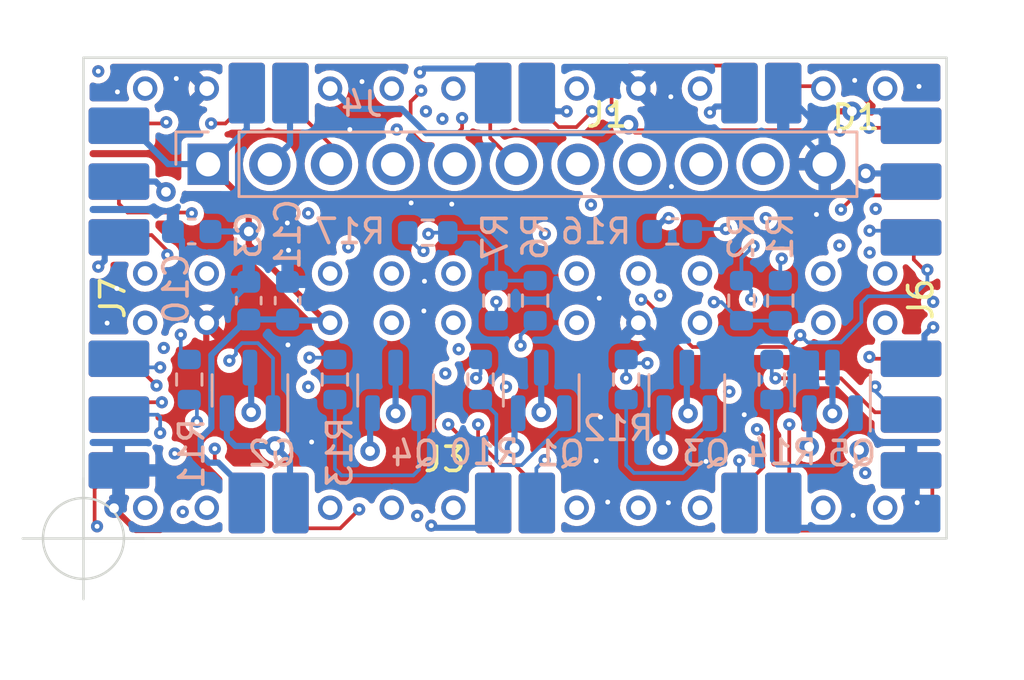
<source format=kicad_pcb>
(kicad_pcb (version 20211014) (generator pcbnew)
  (layers (0 "F.Cu" signal) (1 "In1.Cu" signal) (2 "In2.Cu" signal) (31 "B.Cu" signal) (34 "B.Paste" user) (35 "F.Paste" user) (36 "B.SilkS" user "B.Silkscreen") (37 "F.SilkS" user "F.Silkscreen") (38 "B.Mask" user) (39 "F.Mask" user) (44 "Edge.Cuts" user))
  (net 0 "")
  (net 1 "Net-(D1-Pad26A)")
  (net 2 "/COL_2")
  (net 3 "/COL_4")
  (net 4 "Net-(D1-Pad26B)")
  (net 5 "/COL_1")
  (net 6 "/V_COL")
  (net 7 "/COL_3")
  (net 8 "/COL_5")
  (net 9 "/A_DATA")
  (net 10 "/nBLNK")
  (net 11 "/CLK")
  (net 12 "GND")
  (net 13 "+5V")
  (net 14 "/MCU_COL_4")
  (net 15 "/MCU_COL_5")
  (net 18 "/MCU_DATA")
  (net 19 "/MCU_COL_1")
  (net 20 "/MCU_COL_2")
  (net 21 "/MCU_COL_3")
  (net 22 "Net-(Q1-Pad1)")
  (net 23 "Net-(Q2-Pad1)")
  (net 24 "Net-(Q3-Pad1)")
  (net 25 "Net-(Q4-Pad1)")
  (net 26 "Net-(Q5-Pad1)")
  (net 27 "/B_DATA")
  (net 29 "/DAISY_A_DATA")
  (net 31 "/DAISY_B_DATA")
  (footprint "hcms:board to board con top bot" (layer "F.Cu") (at 160.26 114.53)
    (fp_text reference "J3")
    (fp_text value "Conn_01x12")
  )
  (footprint "hcms:board to board con left right" (layer "F.Cu") (at 176.58 106.085)
    (fp_text reference "J6")
    (fp_text value "Conn_01x12")
  )
  (footprint "hcms:board to board con left right" (layer "F.Cu") (at 143.94 106.085)
    (fp_text reference "J7")
    (fp_text value "Conn_01x12")
  )
  (footprint "hcms:board to board con top bot" (layer "F.Cu") (at 160.26 97.64)
    (fp_text reference "J1")
    (fp_text value "Conn_01x12")
  )
  (footprint "hcms:HCMS-2722" (layer "F.Cu") (at 160.261778 106.088222)
    (fp_text reference "D1")
    (fp_text value "HCMS-272X")
  )
  (footprint "Resistor_SMD:R_0603_1608Metric" (layer "B.Cu") (at 161.09 106.19 -90)
    (fp_text reference "R6")
    (fp_text value "0")
  )
  (footprint "Connector_PinHeader_2.54mm:PinHeader_1x11_P2.54mm_Vertical" (layer "B.Cu") (at 147.618222 100.571778 -90)
    (fp_text reference "J4")
    (fp_text value "Conn_01x11_Male")
  )
  (footprint "Resistor_SMD:R_0603_1608Metric" (layer "B.Cu") (at 152.84 109.44 90)
    (fp_text reference "R13")
    (fp_text value "200")
  )
  (footprint "Capacitor_SMD:C_0603_1608Metric" (layer "B.Cu") (at 146.94 103.34 180)
    (fp_text reference "C10")
    (fp_text value "10nF")
  )
  (footprint "Resistor_SMD:R_0603_1608Metric" (layer "B.Cu") (at 164.84 109.44 90)
    (fp_text reference "R12")
    (fp_text value "200")
  )
  (footprint "Package_TO_SOT_SMD:SOT-23" (layer "B.Cu") (at 161.34 109.89 90)
    (fp_text reference "Q1")
    (fp_text value "Q_PMOS_GSD")
  )
  (footprint "Capacitor_SMD:C_0603_1608Metric" (layer "B.Cu") (at 149.29 106.19 90)
    (fp_text reference "C3")
    (fp_text value "100nF")
  )
  (footprint "Resistor_SMD:R_0603_1608Metric" (layer "B.Cu") (at 146.84 109.44 90)
    (fp_text reference "R11")
    (fp_text value "200")
  )
  (footprint "Package_TO_SOT_SMD:SOT-23" (layer "B.Cu") (at 149.34 109.89 90)
    (fp_text reference "Q2")
    (fp_text value "Q_PMOS_GSD")
  )
  (footprint "Resistor_SMD:R_0603_1608Metric" (layer "B.Cu") (at 166.74 103.34)
    (fp_text reference "R16")
    (fp_text value "DNP")
  )
  (footprint "Package_TO_SOT_SMD:SOT-23" (layer "B.Cu") (at 167.34 109.89 90)
    (fp_text reference "Q3")
    (fp_text value "Q_PMOS_GSD")
  )
  (footprint "Package_TO_SOT_SMD:SOT-23" (layer "B.Cu") (at 155.34 109.89 90)
    (fp_text reference "Q4")
    (fp_text value "Q_PMOS_GSD")
  )
  (footprint "Resistor_SMD:R_0603_1608Metric" (layer "B.Cu") (at 158.84 109.44 90)
    (fp_text reference "R10")
    (fp_text value "200")
  )
  (footprint "LOGO" (layer "B.Cu") (at 163.675 108.95 180)
    (fp_text reference "G***" hide)
    (fp_text value "LOGO" hide)
  )
  (footprint "Resistor_SMD:R_0603_1608Metric" (layer "B.Cu") (at 170.84 109.44 90)
    (fp_text reference "R14")
    (fp_text value "200")
  )
  (footprint "LOGO" (layer "B.Cu") (at 164.55 113.25 180)
    (fp_text reference "G***" hide)
    (fp_text value "LOGO" hide)
  )
  (footprint "Resistor_SMD:R_0603_1608Metric" (layer "B.Cu") (at 159.49 106.19 -90)
    (fp_text reference "R7")
    (fp_text value "DNP")
  )
  (footprint "Resistor_SMD:R_0603_1608Metric" (layer "B.Cu") (at 156.665 103.39 180)
    (fp_text reference "R17")
    (fp_text value "DNP")
  )
  (footprint "Package_TO_SOT_SMD:SOT-23" (layer "B.Cu") (at 173.34 109.89 90)
    (fp_text reference "Q5")
    (fp_text value "Q_PMOS_GSD")
  )
  (footprint "Resistor_SMD:R_0603_1608Metric" (layer "B.Cu") (at 169.59 106.19 90)
    (fp_text reference "R2")
    (fp_text value "DNP")
  )
  (footprint "Capacitor_SMD:C_0603_1608Metric" (layer "B.Cu") (at 150.89 106.19 90)
    (fp_text reference "C11")
    (fp_text value "10nF")
  )
  (footprint "Resistor_SMD:R_0603_1608Metric" (layer "B.Cu") (at 171.19 106.19 90)
    (fp_text reference "R1")
    (fp_text value "0")
  )
  (gr_rect locked (start 142.48 96.18) (end 178.04 115.99) (layer "Edge.Cuts") (width 0.1) (fill none))
  (target plus (at 142.48 115.99) (size 5) (width 0.1) (layer "Edge.Cuts"))
  (via (at 168.454002 106.250608) (size 0.5) (drill 0.2) (layers "F.Cu" "B.Cu") (net 1))
  (via (at 166.59 102.79) (size 0.5) (drill 0.2) (layers "F.Cu" "B.Cu") (net 1))
  (via (at 166.24 105.98) (size 0.5) (drill 0.2) (layers "F.Cu" "B.Cu") (net 1))
  (segment (start 168.765608 106.250608) (end 169.53 107.015) (width 0.1524) (layer "B.Cu") (net 1))
  (segment (start 171.19 107.015) (end 169.59 107.015) (width 0.1524) (layer "B.Cu") (net 1))
  (segment (start 166.465 102.79) (end 165.915 103.34) (width 0.25) (layer "B.Cu") (net 1))
  (segment (start 169.53 107.015) (end 169.59 107.015) (width 0.1524) (layer "B.Cu") (net 1))
  (segment (start 166.59 102.79) (end 166.465 102.79) (width 0.25) (layer "B.Cu") (net 1))
  (segment (start 168.454002 106.250608) (end 168.765608 106.250608) (width 0.1524) (layer "B.Cu") (net 1))
  (via (at 149.39 110.79) (size 0.8) (drill 0.4) (layers "F.Cu" "B.Cu") (net 2))
  (segment (start 149.39 110.79) (end 149.39 109.0025) (width 0.254) (layer "B.Cu") (net 2))
  (segment (start 149.39 109.0025) (end 149.34 108.9525) (width 0.254) (layer "B.Cu") (net 2))
  (via (at 155.34 110.84) (size 0.8) (drill 0.4) (layers "F.Cu" "B.Cu") (net 3))
  (segment (start 155.34 110.84) (end 155.34 108.9525) (width 0.254) (layer "B.Cu") (net 3))
  (via (at 156.69 103.44) (size 0.5) (drill 0.2) (layers "F.Cu" "B.Cu") (net 4))
  (via (at 156.59 98.39) (size 0.5) (drill 0.2) (layers "F.Cu" "B.Cu") (net 4))
  (segment (start 158.74 103.39) (end 159.49 104.14) (width 0.1524) (layer "B.Cu") (net 4))
  (segment (start 156.74 103.39) (end 156.69 103.44) (width 0.1524) (layer "B.Cu") (net 4))
  (segment (start 157.49 103.39) (end 156.74 103.39) (width 0.1524) (layer "B.Cu") (net 4))
  (segment (start 157.49 103.39) (end 158.74 103.39) (width 0.1524) (layer "B.Cu") (net 4))
  (segment (start 159.49 105.365) (end 161.09 105.365) (width 0.1524) (layer "B.Cu") (net 4))
  (segment (start 159.49 104.14) (end 159.49 105.365) (width 0.1524) (layer "B.Cu") (net 4))
  (via (at 161.34 110.79) (size 0.8) (drill 0.4) (layers "F.Cu" "B.Cu") (net 5))
  (segment (start 161.34 110.79) (end 161.34 108.9525) (width 0.254) (layer "B.Cu") (net 5))
  (via (at 174.44 112.34) (size 0.8) (drill 0.4) (layers "F.Cu" "B.Cu") (net 6))
  (via (at 174.71 100.95) (size 0.8) (drill 0.4) (layers "F.Cu" "B.Cu") (net 6))
  (via (at 154.29 112.39) (size 0.8) (drill 0.4) (layers "F.Cu" "B.Cu") (net 6))
  (via (at 145.88 101.71) (size 0.8) (drill 0.4) (layers "F.Cu" "B.Cu") (net 6))
  (via (at 172.38 112.21) (size 0.8) (drill 0.4) (layers "F.Cu" "B.Cu") (net 6))
  (via (at 150.37 112.18) (size 0.8) (drill 0.4) (layers "F.Cu" "B.Cu") (net 6))
  (via (at 166.34 112.34) (size 0.8) (drill 0.4) (layers "F.Cu" "B.Cu") (net 6))
  (via (at 160.24 112.26) (size 0.8) (drill 0.4) (layers "F.Cu" "B.Cu") (net 6))
  (segment (start 148.39 111.83) (end 148.39 110.8275) (width 0.254) (layer "B.Cu") (net 6))
  (segment (start 176.45 100.95) (end 176.69 101.19) (width 0.254) (layer "B.Cu") (net 6))
  (segment (start 150.99 112.8) (end 150.99 114.69) (width 0.254) (layer "B.Cu") (net 6))
  (segment (start 150.99 99.73) (end 150.99 97.54) (width 0.254) (layer "B.Cu") (net 6))
  (segment (start 148.74 112.18) (end 148.39 111.83) (width 0.254) (layer "B.Cu") (net 6))
  (segment (start 160.24 112.26) (end 160.24 110.9775) (width 0.254) (layer "B.Cu") (net 6))
  (segment (start 160.24 110.9775) (end 160.39 110.8275) (width 0.254) (layer "B.Cu") (net 6))
  (segment (start 172.38 112.21) (end 172.39 112.2) (width 0.254) (layer "B.Cu") (net 6))
  (segment (start 154.29 110.9275) (end 154.39 110.8275) (width 0.254) (layer "B.Cu") (net 6))
  (segment (start 154.29 112.39) (end 154.29 110.9275) (width 0.254) (layer "B.Cu") (net 6))
  (segment (start 150.37 112.18) (end 150.99 112.8) (width 0.254) (layer "B.Cu") (net 6))
  (segment (start 172.39 112.2) (end 172.39 110.8275) (width 0.254) (layer "B.Cu") (net 6))
  (segment (start 174.71 100.95) (end 176.45 100.95) (width 0.254) (layer "B.Cu") (net 6))
  (segment (start 166.34 110.8775) (end 166.39 110.8275) (width 0.254) (layer "B.Cu") (net 6))
  (segment (start 150.37 112.18) (end 148.74 112.18) (width 0.254) (layer "B.Cu") (net 6))
  (segment (start 145.88 101.71) (end 145.455 101.285) (width 0.254) (layer "B.Cu") (net 6))
  (segment (start 150.155 100.565) (end 150.99 99.73) (width 0.254) (layer "B.Cu") (net 6))
  (segment (start 145.455 101.285) (end 143.94 101.285) (width 0.254) (layer "B.Cu") (net 6))
  (segment (start 166.34 112.34) (end 166.34 110.8775) (width 0.254) (layer "B.Cu") (net 6))
  (via (at 167.39 110.84) (size 0.8) (drill 0.4) (layers "F.Cu" "B.Cu") (net 7))
  (segment (start 167.39 110.84) (end 167.34 110.79) (width 0.254) (layer "B.Cu") (net 7))
  (segment (start 167.34 110.79) (end 167.34 108.9525) (width 0.254) (layer "B.Cu") (net 7))
  (via (at 173.34 110.84) (size 0.8) (drill 0.4) (layers "F.Cu" "B.Cu") (net 8))
  (segment (start 173.34 110.84) (end 173.34 108.9525) (width 0.254) (layer "B.Cu") (net 8))
  (via (at 160.49 108.04) (size 0.5) (drill 0.2) (layers "F.Cu" "B.Cu") (net 9))
  (via (at 146.24 112.49) (size 0.5) (drill 0.2) (layers "F.Cu" "B.Cu") (net 9))
  (via (at 161.48 112.76) (size 0.5) (drill 0.2) (layers "F.Cu" "B.Cu") (net 9))
  (via (at 145.64 108.94) (size 0.5) (drill 0.2) (layers "F.Cu" "B.Cu") (net 9))
  (segment (start 160.49 107.615) (end 161.09 107.015) (width 0.1524) (layer "B.Cu") (net 9))
  (segment (start 161.48 112.76) (end 161.14 113.1) (width 0.1524) (layer "B.Cu") (net 9))
  (segment (start 144.24 108.94) (end 143.79 108.49) (width 0.1524) (layer "B.Cu") (net 9))
  (segment (start 145.64 108.94) (end 144.24 108.94) (width 0.1524) (layer "B.Cu") (net 9))
  (segment (start 161.14 113.1) (end 161.14 114.69) (width 0.1524) (layer "B.Cu") (net 9))
  (segment (start 160.49 108.04) (end 160.49 107.615) (width 0.1524) (layer "B.Cu") (net 9))
  (segment (start 171.56 111.29) (end 171.56 114.42) (width 0.1524) (layer "F.Cu") (net 10))
  (segment (start 172.03 115.665) (end 176.905 115.665) (width 0.1524) (layer "F.Cu") (net 10))
  (segment (start 171.56 114.42) (end 171.29 114.69) (width 0.1524) (layer "F.Cu") (net 10))
  (segment (start 142.94 115.39) (end 142.94 113.94) (width 0.1524) (layer "F.Cu") (net 10))
  (segment (start 176.905 115.665) (end 177.455 115.115) (width 0.1524) (layer "F.Cu") (net 10))
  (segment (start 177.455 113.855) (end 176.69 113.09) (width 0.1524) (layer "F.Cu") (net 10))
  (segment (start 142.94 113.94) (end 143.79 113.09) (width 0.1524) (layer "F.Cu") (net 10))
  (segment (start 171.29 114.925) (end 172.03 115.665) (width 0.1524) (layer "F.Cu") (net 10))
  (segment (start 171.475 97.355) (end 171.29 97.54) (width 0.1524) (layer "F.Cu") (net 10))
  (segment (start 172.94 97.355) (end 171.475 97.355) (width 0.1524) (layer "F.Cu") (net 10))
  (segment (start 171.29 114.69) (end 171.29 114.925) (width 0.1524) (layer "F.Cu") (net 10))
  (segment (start 177.455 115.115) (end 177.455 113.855) (width 0.1524) (layer "F.Cu") (net 10))
  (segment (start 143.04 115.49) (end 142.94 115.39) (width 0.1524) (layer "F.Cu") (net 10))
  (via (at 156.23 115.06) (size 0.5) (drill 0.2) (layers "F.Cu" "B.Cu") (net 10))
  (via (at 143.04 115.49) (size 0.5) (drill 0.2) (layers "F.Cu" "B.Cu") (net 10))
  (via (at 173.64 99.19) (size 0.5) (drill 0.2) (layers "F.Cu" "B.Cu") (net 10))
  (via (at 171.56 111.29) (size 0.5) (drill 0.2) (layers "F.Cu" "B.Cu") (net 10))
  (via (at 155.39 99.14) (size 0.5) (drill 0.2) (layers "F.Cu" "B.Cu") (net 10))
  (via (at 143.09 104.79) (size 0.5) (drill 0.2) (layers "F.Cu" "B.Cu") (net 11))
  (via (at 174.87 103.31) (size 0.5) (drill 0.2) (layers "F.Cu" "B.Cu") (net 11))
  (via (at 156.81 115.46) (size 0.5) (drill 0.2) (layers "F.Cu" "B.Cu") (net 11))
  (via (at 156.34 96.79) (size 0.5) (drill 0.2) (layers "F.Cu" "B.Cu") (net 11))
  (via (at 175.12 102.41) (size 0.5) (drill 0.2) (layers "F.Cu" "B.Cu") (net 11))
  (via (at 143.09 96.74) (size 0.5) (drill 0.2) (layers "F.Cu" "B.Cu") (net 11))
  (segment (start 156.501289 96.628711) (end 158.593711 96.628711) (width 0.25) (layer "B.Cu") (net 11))
  (segment (start 176.51 103.31) (end 176.69 103.49) (width 0.1524) (layer "B.Cu") (net 11))
  (segment (start 143.355 104.54) (end 143.355 104.17) (width 0.25) (layer "B.Cu") (net 11))
  (segment (start 158.593711 96.628711) (end 159.36 97.395) (width 0.25) (layer "B.Cu") (net 11))
  (segment (start 156.81 115.46) (end 156.9 115.55) (width 0.25) (layer "B.Cu") (net 11))
  (segment (start 143.355 104.17) (end 143.94 103.585) (width 0.25) (layer "B.Cu") (net 11))
  (segment (start 143.105 104.79) (end 143.355 104.54) (width 0.25) (layer "B.Cu") (net 11))
  (segment (start 159.36 97.395) (end 159.36 97.64) (width 0.25) (layer "B.Cu") (net 11))
  (segment (start 159.36 114.97548) (end 159.36 114.53) (width 0.25) (layer "B.Cu") (net 11))
  (segment (start 143.09 104.79) (end 143.105 104.79) (width 0.25) (layer "B.Cu") (net 11))
  (segment (start 156.34 96.79) (end 156.501289 96.628711) (width 0.25) (layer "B.Cu") (net 11))
  (segment (start 158.78548 115.55) (end 159.36 114.97548) (width 0.25) (layer "B.Cu") (net 11))
  (segment (start 174.87 103.31) (end 176.51 103.31) (width 0.1524) (layer "B.Cu") (net 11))
  (segment (start 156.9 115.55) (end 158.78548 115.55) (width 0.25) (layer "B.Cu") (net 11))
  (segment (start 146.99 112.09) (end 146.54 111.64) (width 0.254) (layer "F.Cu") (net 12))
  (segment (start 146.54 109.14) (end 147.54 108.14) (width 0.254) (layer "F.Cu") (net 12))
  (segment (start 143.74 114.74) (end 144.64 115.64) (width 0.254) (layer "F.Cu") (net 12))
  (segment (start 145.933345 115.346655) (end 145.933345 113.696655) (width 0.254) (layer "F.Cu") (net 12))
  (segment (start 146.54 111.64) (end 146.54 109.14) (width 0.254) (layer "F.Cu") (net 12))
  (segment (start 145.64 115.64) (end 145.933345 115.346655) (width 0.254) (layer "F.Cu") (net 12))
  (segment (start 145.933345 113.696655) (end 146.99 112.64) (width 0.254) (layer "F.Cu") (net 12))
  (segment (start 147.54 108.14) (end 147.54 107.005) (width 0.254) (layer "F.Cu") (net 12))
  (segment (start 146.99 112.64) (end 146.99 112.09) (width 0.254) (layer "F.Cu") (net 12))
  (segment (start 144.64 115.64) (end 145.64 115.64) (width 0.254) (layer "F.Cu") (net 12))
  (via (at 150.88 102.99) (size 0.5) (drill 0.2) (layers "F.Cu" "B.Cu") (net 12))
  (via (at 168.13 112.815) (size 0.5) (drill 0.2) (layers "F.Cu" "B.Cu") (net 12))
  (via (at 143.455 107.115) (size 0.5) (drill 0.2) (layers "F.Cu" "B.Cu") (net 12))
  (via (at 166.705 101.49) (size 0.5) (drill 0.2) (layers "F.Cu" "B.Cu") (net 12))
  (via (at 156.53 105.39) (size 0.5) (drill 0.2) (layers "F.Cu" "B.Cu") (net 12))
  (via (at 150.93 104.115) (size 0.5) (drill 0.2) (layers "F.Cu" "B.Cu") (net 12))
  (via (at 166.58 114.515) (size 0.5) (drill 0.2) (layers "F.Cu" "B.Cu") (net 12))
  (via (at 155.98 102.165) (size 0.5) (drill 0.2) (layers "F.Cu" "B.Cu") (net 12))
  (via (at 143.74 114.74) (size 0.8) (drill 0.4) (layers "F.Cu" "B.Cu") (net 12))
  (via (at 150.905 108.015) (size 0.5) (drill 0.2) (layers "F.Cu" "B.Cu") (net 12))
  (via (at 151.88 112.015) (size 0.5) (drill 0.2) (layers "F.Cu" "B.Cu") (net 12))
  (via (at 174.255 97.115) (size 0.5) (drill 0.2) (layers "F.Cu" "B.Cu") (net 12))
  (via (at 164.08 114.49) (size 0.5) (drill 0.2) (layers "F.Cu" "B.Cu") (net 12))
  (via (at 174.19 115.04) (size 0.5) (drill 0.2) (layers "F.Cu" "B.Cu") (net 12))
  (via (at 153.455 99.14) (size 0.5) (drill 0.2) (layers "F.Cu" "B.Cu") (net 12))
  (via (at 176.905 97.365) (size 0.5) (drill 0.2) (layers "F.Cu" "B.Cu") (net 12))
  (via (at 172.68 102.64) (size 0.5) (drill 0.2) (layers "F.Cu" "B.Cu") (net 12))
  (via (at 146.305 97.04) (size 0.5) (drill 0.2) (layers "F.Cu" "B.Cu") (net 12))
  (via (at 143.88 97.59) (size 0.5) (drill 0.2) (layers "F.Cu" "B.Cu") (net 12))
  (via (at 169.705 110.89) (size 0.5) (drill 0.2) (layers "F.Cu" "B.Cu") (net 12))
  (via (at 166.68 97.79) (size 0.5) (drill 0.2) (layers "F.Cu" "B.Cu") (net 12))
  (via (at 157.655 102.215) (size 0.5) (drill 0.2) (layers "F.Cu" "B.Cu") (net 12))
  (via (at 176.83 114.515) (size 0.5) (drill 0.2) (layers "F.Cu" "B.Cu") (net 12))
  (via (at 163.73 106.09) (size 0.5) (drill 0.2) (layers "F.Cu" "B.Cu") (net 12))
  (via (at 143.855 105.69) (size 0.5) (drill 0.2) (layers "F.Cu" "B.Cu") (net 12))
  (via (at 153.955 97.165) (size 0.5) (drill 0.2) (layers "F.Cu" "B.Cu") (net 12))
  (via (at 156.505 106.615) (size 0.5) (drill 0.2) (layers "F.Cu" "B.Cu") (net 12))
  (via (at 163.605 112.79) (size 0.5) (drill 0.2) (layers "F.Cu" "B.Cu") (net 12))
  (via (at 163.78 110.99) (size 0.5) (drill 0.2) (layers "F.Cu" "B.Cu") (net 12))
  (segment (start 175.16252 115.54) (end 174.155 115.54) (width 0.25) (layer "B.Cu") (net 12))
  (segment (start 165.32 97.355) (end 165.32 97.67) (width 0.254) (layer "B.Cu") (net 12))
  (segment (start 176.8143 114.515) (end 176.8143 113.4193) (width 0.25) (layer "B.Cu") (net 12))
  (segment (start 171.912733 115.547733) (end 174.255 115.547733) (width 0.25) (layer "B.Cu") (net 12))
  (segment (start 171.31 114.945) (end 171.912733 115.547733) (width 0.25) (layer "B.Cu") (net 12))
  (segment (start 176.8143 114.515) (end 176.8143 114.9557) (width 0.25) (layer "B.Cu") (net 12))
  (segment (start 173.015 100.565) (end 173.015 99.265) (width 0.254) (layer "B.Cu") (net 12))
  (segment (start 143.79 114.69) (end 143.74 114.74) (width 0.254) (layer "B.Cu") (net 12))
  (segment (start 174.18 115.05) (end 174.19 115.04) (width 0.25) (layer "B.Cu") (net 12))
  (segment (start 149.29 105.415) (end 149.29 105.49) (width 0.254) (layer "B.Cu") (net 12))
  (segment (start 173.015 99.265) (end 171.29 97.54) (width 0.254) (layer "B.Cu") (net 12))
  (segment (start 176.222267 115.547733) (end 175.170253 115.547733) (width 0.25) (layer "B.Cu") (net 12))
  (segment (start 176.8143 113.4193) (end 176.58 113.185) (width 0.25) (layer "B.Cu") (net 12))
  (segment (start 143.79 113.09) (end 143.79 114.69) (width 0.254) (layer "B.Cu") (net 12))
  (segment (start 146.54 105.99) (end 146.54 103.715) (width 0.254) (layer "B.Cu") (net 12))
  (segment (start 165.32 97.67) (end 166.99 99.34) (width 0.254) (layer "B.Cu") (net 12))
  (segment (start 148.64 106.14) (end 146.69 106.14) (width 0.254) (layer "B.Cu") (net 12))
  (segment (start 174.18 115.41452) (end 174.18 115.05) (width 0.25) (layer "B.Cu") (net 12))
  (segment (start 176.8143 114.9557) (end 176.222267 115.547733) (width 0.25) (layer "B.Cu") (net 12))
  (segment (start 146.54 103.715) (end 146.165 103.34) (width 0.254) (layer "B.Cu") (net 12))
  (segment (start 146.69 106.14) (end 146.54 105.99) (width 0.254) (layer "B.Cu") (net 12))
  (segment (start 175.170253 115.547733) (end 175.16252 115.54) (width 0.25) (layer "B.Cu") (net 12))
  (segment (start 149.29 105.49) (end 148.64 106.14) (width 0.254) (layer "B.Cu") (net 12))
  (segment (start 171.99 99.34) (end 173.015 100.365) (width 0.254) (layer "B.Cu") (net 12))
  (segment (start 166.99 99.34) (end 171.99 99.34) (width 0.254) (layer "B.Cu") (net 12))
  (segment (start 171.31 114.53) (end 171.31 114.945) (width 0.25) (layer "B.Cu") (net 12))
  (segment (start 173.015 100.365) (end 173.015 100.565) (width 0.254) (layer "B.Cu") (net 12))
  (segment (start 165.22 99.22) (end 164.94 98.94) (width 0.254) (layer "F.Cu") (net 13))
  (segment (start 149.29 103.875) (end 152.42 107.005) (width 0.254) (layer "F.Cu") (net 13))
  (segment (start 149.29 103.34) (end 149.29 103.875) (width 0.254) (layer "F.Cu") (net 13))
  (segment (start 173.44 98.39) (end 172.61 99.22) (width 0.254) (layer "F.Cu") (net 13))
  (segment (start 147.615 100.565) (end 149.29 102.24) (width 0.254) (layer "F.Cu") (net 13))
  (segment (start 172.61 99.22) (end 165.22 99.22) (width 0.254) (layer "F.Cu") (net 13))
  (segment (start 152.42 107.005) (end 152.62 107.005) (width 0.254) (layer "F.Cu") (net 13))
  (segment (start 174.14 98.39) (end 173.44 98.39) (width 0.254) (layer "F.Cu") (net 13))
  (segment (start 149.29 102.24) (end 149.29 103.34) (width 0.254) (layer "F.Cu") (net 13))
  (via (at 174.14 98.39) (size 0.8) (drill 0.4) (layers "F.Cu" "B.Cu") (net 13))
  (via (at 149.29 103.34) (size 0.8) (drill 0.4) (layers "F.Cu" "B.Cu") (net 13))
  (via (at 164.94 98.94) (size 0.8) (drill 0.4) (layers "F.Cu" "B.Cu") (net 13))
  (segment (start 143.79 98.89) (end 144.29 98.89) (width 0.254) (layer "B.Cu") (net 13))
  (segment (start 147.7495 111.4205) (end 147.308586 111.861414) (width 0.254) (layer "B.Cu") (net 13))
  (segment (start 148.036377 112.866511) (end 149.19 114.020134) (width 0.254) (layer "B.Cu") (net 13))
  (segment (start 176.58 98.985) (end 175.885 98.985) (width 0.254) (layer "B.Cu") (net 13))
  (segment (start 153.555 98.29) (end 152.62 97.355) (width 0.254) (layer "B.Cu") (net 13))
  (segment (start 147.6512 112.866511) (end 148.036377 112.866511) (width 0.254) (layer "B.Cu") (net 13))
  (segment (start 149.19 114.020134) (end 149.19 114.69) (width 0.254) (layer "B.Cu") (net 13))
  (segment (start 149.21 99.12) (end 149.21 97.56) (width 0.254) (layer "B.Cu") (net 13))
  (segment (start 147.7495 108.4305) (end 147.7495 111.4205) (width 0.254) (layer "B.Cu") (net 13))
  (segment (start 145.965 100.565) (end 147.765 100.565) (width 0.254) (layer "B.Cu") (net 13))
  (segment (start 147.308586 112.523897) (end 147.6512 112.866511) (width 0.254) (layer "B.Cu") (net 13))
  (segment (start 175.29 98.39) (end 174.14 98.39) (width 0.254) (layer "B.Cu") (net 13))
  (segment (start 152.62 107.005) (end 150.93 107.005) (width 0.254) (layer "B.Cu") (net 13))
  (segment (start 163.84 99.29) (end 156.59 99.29) (width 0.254) (layer "B.Cu") (net 13))
  (segment (start 155.59 98.29) (end 153.555 98.29) (width 0.254) (layer "B.Cu") (net 13))
  (segment (start 156.59 99.29) (end 155.59 98.29) (width 0.254) (layer "B.Cu") (net 13))
  (segment (start 147.765 100.565) (end 149.21 99.12) (width 0.254) (layer "B.Cu") (net 13))
  (segment (start 150.89 106.965) (end 149.29 106.965) (width 0.254) (layer "B.Cu") (net 13))
  (segment (start 147.308586 111.861414) (end 147.308586 112.523897) (width 0.254) (layer "B.Cu") (net 13))
  (segment (start 144.29 98.89) (end 145.965 100.565) (width 0.254) (layer "B.Cu") (net 13))
  (segment (start 164.19 98.94) (end 163.84 99.29) (width 0.254) (layer "B.Cu") (net 13))
  (segment (start 164.94 98.94) (end 164.19 98.94) (width 0.254) (layer "B.Cu") (net 13))
  (segment (start 149.29 103.34) (end 147.715 103.34) (width 0.254) (layer "B.Cu") (net 13))
  (segment (start 149.29 106.965) (end 149.215 106.965) (width 0.254) (layer "B.Cu") (net 13))
  (segment (start 175.885 98.985) (end 175.29 98.39) (width 0.254) (layer "B.Cu") (net 13))
  (segment (start 149.215 106.965) (end 147.7495 108.4305) (width 0.254) (layer "B.Cu") (net 13))
  (segment (start 150.93 107.005) (end 150.89 106.965) (width 0.254) (layer "B.Cu") (net 13))
  (segment (start 174.935 108.585) (end 176.58 108.585) (width 0.1524) (layer "F.Cu") (net 14))
  (segment (start 161.14 113.84) (end 161.14 114.69) (width 0.1524) (layer "F.Cu") (net 14))
  (segment (start 158.08 99.09) (end 158.08 98.67) (width 0.1524) (layer "F.Cu") (net 14))
  (segment (start 155.96 97.99) (end 155.96 98.64) (width 0.1524) (layer "F.Cu") (net 14))
  (segment (start 155.96 98.64) (end 156.65 99.33) (width 0.1524) (layer "F.Cu") (net 14))
  (segment (start 162.79 99.04) (end 162.055 99.04) (width 0.1524) (layer "F.Cu") (net 14))
  (segment (start 162.055 99.04) (end 161.14 98.125) (width 0.1524) (layer "F.Cu") (net 14))
  (segment (start 156.393991 97.536406) (end 156.393991 97.556009) (width 0.1524) (layer "F.Cu") (net 14))
  (segment (start 160.25 112.95) (end 161.14 113.84) (width 0.1524) (layer "F.Cu") (net 14))
  (segment (start 158.74 111.29) (end 158.74 112.006501) (width 0.1524) (layer "F.Cu") (net 14))
  (segment (start 145.49 109.69) (end 144.29 108.49) (width 0.1524) (layer "F.Cu") (net 14))
  (segment (start 161.14 98.125) (end 161.14 97.54) (width 0.1524) (layer "F.Cu") (net 14))
  (segment (start 144.29 108.49) (end 143.79 108.49) (width 0.1524) (layer "F.Cu") (net 14))
  (segment (start 157.84 99.33) (end 158.08 99.09) (width 0.1524) (layer "F.Cu") (net 14))
  (segment (start 156.65 99.33) (end 157.84 99.33) (width 0.1524) (layer "F.Cu") (net 14))
  (segment (start 159.683499 112.95) (end 160.25 112.95) (width 0.1524) (layer "F.Cu") (net 14))
  (segment (start 174.86 108.51) (end 174.935 108.585) (width 0.1524) (layer "F.Cu") (net 14))
  (segment (start 158.74 112.006501) (end 159.683499 112.95) (width 0.1524) (layer "F.Cu") (net 14))
  (segment (start 163.44 98.39) (end 162.79 99.04) (width 0.1524) (layer "F.Cu") (net 14))
  (segment (start 156.393991 97.556009) (end 155.96 97.99) (width 0.1524) (layer "F.Cu") (net 14))
  (via (at 157.94 108.19) (size 0.5) (drill 0.2) (layers "F.Cu" "B.Cu") (net 14))
  (via (at 151.74 102.59) (size 0.5) (drill 0.2) (layers "F.Cu" "B.Cu") (net 14))
  (via (at 158.08 98.67) (size 0.5) (drill 0.2) (layers "F.Cu" "B.Cu") (net 14))
  (via (at 151.79 108.54) (size 0.5) (drill 0.2) (layers "F.Cu" "B.Cu") (net 14))
  (via (at 174.86 108.51) (size 0.5) (drill 0.2) (layers "F.Cu" "B.Cu") (net 14))
  (via (at 151.74 109.74) (size 0.5) (drill 0.2) (layers "F.Cu" "B.Cu") (net 14))
  (via (at 158.74 111.29) (size 0.5) (drill 0.2) (layers "F.Cu" "B.Cu") (net 14))
  (via (at 145.49 109.69) (size 0.5) (drill 0.2) (layers "F.Cu" "B.Cu") (net 14))
  (via (at 163.44 98.39) (size 0.5) (drill 0.2) (layers "F.Cu" "B.Cu") (net 14))
  (via (at 156.393991 97.536406) (size 0.5) (drill 0.2) (layers "F.Cu" "B.Cu") (net 14))
  (segment (start 151.79 108.54) (end 152.765 108.54) (width 0.1524) (layer "B.Cu") (net 14))
  (segment (start 152.765 108.54) (end 152.84 108.615) (width 0.1524) (layer "B.Cu") (net 14))
  (segment (start 164.24 97.23) (end 164.96548 96.50452) (width 0.1524) (layer "F.Cu") (net 15))
  (segment (start 170.49 113.047942) (end 169.49 114.047942) (width 0.1524) (layer "F.Cu") (net 15))
  (segment (start 170.23 111.49) (end 170.49 111.75) (width 0.1524) (layer "F.Cu") (net 15))
  (segment (start 164.96548 96.50452) (end 168.78 96.50452) (width 0.1524) (layer "F.Cu") (net 15))
  (segment (start 145.70944 110.3771) (end 144.4479 110.3771) (width 0.1524) (layer "F.Cu") (net 15))
  (segment (start 175.09 110.79) (end 173.69 109.39) (width 0.1524) (layer "F.Cu") (net 15))
  (segment (start 169.51 97.23452) (end 169.51 97.64) (width 0.1524) (layer "F.Cu") (net 15))
  (segment (start 173.69 109.39) (end 170.99 109.39) (width 0.1524) (layer "F.Cu") (net 15))
  (segment (start 176.69 110.79) (end 175.09 110.79) (width 0.1524) (layer "F.Cu") (net 15))
  (segment (start 144.4479 110.3771) (end 143.94 110.885) (width 0.1524) (layer "F.Cu") (net 15))
  (segment (start 164.24 98.34) (end 164.24 97.23) (width 0.1524) (layer "F.Cu") (net 15))
  (segment (start 170.49 111.75) (end 170.49 113.047942) (width 0.1524) (layer "F.Cu") (net 15))
  (segment (start 168.78 96.50452) (end 169.51 97.23452) (width 0.1524) (layer "F.Cu") (net 15))
  (segment (start 169.49 114.047942) (end 169.49 114.69) (width 0.1524) (layer "F.Cu") (net 15))
  (via (at 170.59 102.79) (size 0.5) (drill 0.2) (layers "F.Cu" "B.Cu") (net 15))
  (via (at 145.70944 110.3771) (size 0.5) (drill 0.2) (layers "F.Cu" "B.Cu") (net 15))
  (via (at 164.24 98.34) (size 0.5) (drill 0.2) (layers "F.Cu" "B.Cu") (net 15))
  (via (at 170.23 111.49) (size 0.5) (drill 0.2) (layers "F.Cu" "B.Cu") (net 15))
  (via (at 170.99 109.39) (size 0.5) (drill 0.2) (layers "F.Cu" "B.Cu") (net 15))
  (segment (start 170.99 109.39) (end 170.84 109.24) (width 0.1524) (layer "B.Cu") (net 15))
  (segment (start 170.84 109.24) (end 170.84 108.615) (width 0.1524) (layer "B.Cu") (net 15))
  (via (at 171.248501 104.459483) (size 0.5) (drill 0.2) (layers "F.Cu" "B.Cu") (net 18))
  (segment (start 171.19 105.365) (end 171.19 104.517984) (width 0.1524) (layer "B.Cu") (net 18))
  (segment (start 171.19 104.517984) (end 171.248501 104.459483) (width 0.1524) (layer "B.Cu") (net 18))
  (segment (start 145.89 98.84) (end 145.84 98.89) (width 0.1524) (layer "F.Cu") (net 19))
  (segment (start 176.495 99.07) (end 176.58 98.985) (width 0.1524) (layer "F.Cu") (net 19))
  (segment (start 149.19 98.03) (end 149.19 97.54) (width 0.1524) (layer "F.Cu") (net 19))
  (segment (start 147.89 112.725) (end 149.19 114.025) (width 0.1524) (layer "F.Cu") (net 19))
  (segment (start 147.74 98.89) (end 148.33 98.89) (width 0.1524) (layer "F.Cu") (net 19))
  (segment (start 147.89 112.29) (end 147.89 112.725) (width 0.1524) (layer "F.Cu") (net 19))
  (segment (start 174.85 99.07) (end 176.495 99.07) (width 0.1524) (layer "F.Cu") (net 19))
  (segment (start 148.33 98.89) (end 149.19 98.03) (width 0.1524) (layer "F.Cu") (net 19))
  (segment (start 149.19 114.025) (end 149.19 114.69) (width 0.1524) (layer "F.Cu") (net 19))
  (segment (start 145.84 98.89) (end 143.79 98.89) (width 0.1524) (layer "F.Cu") (net 19))
  (via (at 174.85 99.07) (size 0.5) (drill 0.2) (layers "F.Cu" "B.Cu") (net 19))
  (via (at 147.89 112.29) (size 0.5) (drill 0.2) (layers "F.Cu" "B.Cu") (net 19))
  (via (at 147.74 98.89) (size 0.5) (drill 0.2) (layers "F.Cu" "B.Cu") (net 19))
  (via (at 145.89 98.84) (size 0.5) (drill 0.2) (layers "F.Cu" "B.Cu") (net 19))
  (via (at 157.27 98.7) (size 0.5) (drill 0.2) (layers "F.Cu" "B.Cu") (net 19))
  (via (at 158.656647 109.383918) (size 0.5) (drill 0.2) (layers "F.Cu" "B.Cu") (net 19))
  (via (at 174.87 104.21) (size 0.5) (drill 0.2) (layers "F.Cu" "B.Cu") (net 19))
  (segment (start 158.656647 109.383918) (end 158.84 109.200565) (width 0.1524) (layer "B.Cu") (net 19))
  (segment (start 158.84 109.200565) (end 158.84 108.615) (width 0.1524) (layer "B.Cu") (net 19))
  (segment (start 150.99 114.69) (end 150.99 114.825) (width 0.1524) (layer "F.Cu") (net 20))
  (segment (start 143.94 102.2) (end 143.94 101.285) (width 0.1524) (layer "F.Cu") (net 20))
  (segment (start 150.99 98.09) (end 150.99 97.54) (width 0.1524) (layer "F.Cu") (net 20))
  (segment (start 152.695 99.795) (end 150.99 98.09) (width 0.1524) (layer "F.Cu") (net 20))
  (segment (start 174.274185 101.855815) (end 176.009185 101.855815) (width 0.1524) (layer "F.Cu") (net 20))
  (segment (start 144.29928 102.55928) (end 143.94 102.2) (width 0.1524) (layer "F.Cu") (net 20))
  (segment (start 146.90928 102.55928) (end 144.29928 102.55928) (width 0.1524) (layer "F.Cu") (net 20))
  (segment (start 173.69 102.44) (end 174.274185 101.855815) (width 0.1524) (layer "F.Cu") (net 20))
  (segment (start 176.009185 101.855815) (end 176.675 101.19) (width 0.1524) (layer "F.Cu") (net 20))
  (segment (start 146.94 102.59) (end 146.90928 102.55928) (width 0.1524) (layer "F.Cu") (net 20))
  (segment (start 153.06 115.57) (end 153.84 114.79) (width 0.1524) (layer "F.Cu") (net 20))
  (segment (start 151.735 115.57) (end 153.06 115.57) (width 0.1524) (layer "F.Cu") (net 20))
  (segment (start 150.99 114.825) (end 151.735 115.57) (width 0.1524) (layer "F.Cu") (net 20))
  (segment (start 152.695 100.565) (end 152.695 99.795) (width 0.1524) (layer "F.Cu") (net 20))
  (via (at 146.571355 114.891744) (size 0.5) (drill 0.2) (layers "F.Cu" "B.Cu") (net 20))
  (via (at 153.39 103.99) (size 0.5) (drill 0.2) (layers "F.Cu" "B.Cu") (net 20))
  (via (at 146.49 107.59) (size 0.5) (drill 0.2) (layers "F.Cu" "B.Cu") (net 20))
  (via (at 173.69 102.44) (size 0.5) (drill 0.2) (layers "F.Cu" "B.Cu") (net 20))
  (via (at 173.624068 103.919205) (size 0.5) (drill 0.2) (layers "F.Cu" "B.Cu") (net 20))
  (via (at 153.84 114.79) (size 0.5) (drill 0.2) (layers "F.Cu" "B.Cu") (net 20))
  (via (at 146.94 102.59) (size 0.5) (drill 0.2) (layers "F.Cu" "B.Cu") (net 20))
  (segment (start 146.49 108.265) (end 146.84 108.615) (width 0.1524) (layer "B.Cu") (net 20))
  (segment (start 146.49 107.59) (end 146.49 108.265) (width 0.1524) (layer "B.Cu") (net 20))
  (segment (start 159.24 97.64) (end 159.34 97.54) (width 0.1524) (layer "F.Cu") (net 21))
  (segment (start 176.69 104.5) (end 176.69 103.49) (width 0.1524) (layer "F.Cu") (net 21))
  (segment (start 171.57 108.1) (end 171.96 107.71) (width 0.1524) (layer "F.Cu") (net 21))
  (segment (start 171.96 107.65885) (end 172.010514 107.608336) (width 0.1524) (layer "F.Cu") (net 21))
  (segment (start 159.24 99.49) (end 159.24 97.64) (width 0.1524) (layer "F.Cu") (net 21))
  (segment (start 166.26 106.79) (end 167.57 108.1) (width 0.1524) (layer "F.Cu") (net 21))
  (segment (start 145.936072 104.136072) (end 145.29 103.49) (width 0.1524) (layer "F.Cu") (net 21))
  (segment (start 167.57 108.1) (end 169.41 108.1) (width 0.1524) (layer "F.Cu") (net 21))
  (segment (start 177.25 104.92) (end 177.11 104.92) (width 0.1524) (layer "F.Cu") (net 21))
  (segment (start 145.29 103.49) (end 143.79 103.49) (width 0.1524) (layer "F.Cu") (net 21))
  (segment (start 160.315 100.565) (end 159.24 99.49) (width 0.1524) (layer "F.Cu") (net 21))
  (segment (start 171.96 107.71) (end 171.96 107.65885) (width 0.1524) (layer "F.Cu") (net 21))
  (segment (start 169.41 108.1) (end 171.57 108.1) (width 0.1524) (layer "F.Cu") (net 21))
  (segment (start 159.34 113.115406) (end 159.34 114.69) (width 0.1524) (layer "F.Cu") (net 21))
  (segment (start 157.509785 111.285191) (end 159.34 113.115406) (width 0.1524) (layer "F.Cu") (net 21))
  (segment (start 145.936072 104.308326) (end 145.936072 104.136072) (width 0.1524) (layer "F.Cu") (net 21))
  (segment (start 177.11 104.92) (end 176.69 104.5) (width 0.1524) (layer "F.Cu") (net 21))
  (segment (start 165.62 106.15) (end 166.26 106.79) (width 0.1524) (layer "F.Cu") (net 21))
  (segment (start 165.46 106.15) (end 165.62 106.15) (width 0.1524) (layer "F.Cu") (net 21))
  (via (at 157.39 109.19) (size 0.5) (drill 0.2) (layers "F.Cu" "B.Cu") (net 21))
  (via (at 163.39 102.24) (size 0.5) (drill 0.2) (layers "F.Cu" "B.Cu") (net 21))
  (via (at 165.46 106.15) (size 0.5) (drill 0.2) (layers "F.Cu" "B.Cu") (net 21))
  (via (at 165.71695 108.768507) (size 0.5) (drill 0.2) (layers "F.Cu" "B.Cu") (net 21))
  (via (at 164.84 109.39) (size 0.5) (drill 0.2) (layers "F.Cu" "B.Cu") (net 21))
  (via (at 157.509785 111.285191) (size 0.5) (drill 0.2) (layers "F.Cu" "B.Cu") (net 21))
  (via (at 145.936072 104.308326) (size 0.5) (drill 0.2) (layers "F.Cu" "B.Cu") (net 21))
  (via (at 145.79 108.14) (size 0.5) (drill 0.2) (layers "F.Cu" "B.Cu") (net 21))
  (via (at 172.010514 107.608336) (size 0.5) (drill 0.2) (layers "F.Cu" "B.Cu") (net 21))
  (via (at 177.25 104.92) (size 0.5) (drill 0.2) (layers "F.Cu" "B.Cu") (net 21))
  (segment (start 172.312178 107.91) (end 173.69 107.91) (width 0.1524) (layer "B.Cu") (net 21))
  (segment (start 176.64 106.01) (end 177.25 105.4) (width 0.1524) (layer "B.Cu") (net 21))
  (segment (start 174.53 106.28) (end 174.8 106.01) (width 0.1524) (layer "B.Cu") (net 21))
  (segment (start 177.25 105.4) (end 177.25 104.92) (width 0.1524) (layer "B.Cu") (net 21))
  (segment (start 165.71695 108.768507) (end 164.993507 108.768507) (width 0.1524) (layer "B.Cu") (net 21))
  (segment (start 173.69 107.91) (end 174.53 107.07) (width 0.1524) (layer "B.Cu") (net 21))
  (segment (start 164.84 108.615) (end 164.84 109.39) (width 0.1524) (layer "B.Cu") (net 21))
  (segment (start 174.53 107.07) (end 174.53 106.28) (width 0.1524) (layer "B.Cu") (net 21))
  (segment (start 174.8 106.01) (end 176.64 106.01) (width 0.1524) (layer "B.Cu") (net 21))
  (segment (start 164.993507 108.768507) (end 164.84 108.615) (width 0.1524) (layer "B.Cu") (net 21))
  (segment (start 172.010514 107.608336) (end 172.312178 107.91) (width 0.1524) (layer "B.Cu") (net 21))
  (segment (start 161.265711 112.234289) (end 162.29 111.21) (width 0.1524) (layer "B.Cu") (net 22))
  (segment (start 158.84 110.265) (end 158.875 110.265) (width 0.1524) (layer "B.Cu") (net 22))
  (segment (start 161.262242 112.234289) (end 161.265711 112.234289) (width 0.1524) (layer "B.Cu") (net 22))
  (segment (start 160.53 112.97) (end 160.954289 112.545711) (width 0.1524) (layer "B.Cu") (net 22))
  (segment (start 159.68 112.97) (end 160.53 112.97) (width 0.1524) (layer "B.Cu") (net 22))
  (segment (start 160.954289 112.542242) (end 161.262242 112.234289) (width 0.1524) (layer "B.Cu") (net 22))
  (segment (start 160.954289 112.545711) (end 160.954289 112.542242) (width 0.1524) (layer "B.Cu") (net 22))
  (segment (start 158.875 110.265) (end 159.49 110.88) (width 0.1524) (layer "B.Cu") (net 22))
  (segment (start 159.49 112.78) (end 159.68 112.97) (width 0.1524) (layer "B.Cu") (net 22))
  (segment (start 162.29 111.21) (end 162.29 110.8275) (width 0.1524) (layer "B.Cu") (net 22))
  (segment (start 159.49 110.88) (end 159.49 112.78) (width 0.1524) (layer "B.Cu") (net 22))
  (via (at 147.153913 111.180861) (size 0.5) (drill 0.2) (layers "F.Cu" "B.Cu") (net 23))
  (via (at 148.49 108.6643) (size 0.5) (drill 0.2) (layers "F.Cu" "B.Cu") (net 23))
  (segment (start 148.76428 108.188662) (end 149.013662 107.93928) (width 0.1524) (layer "B.Cu") (net 23))
  (segment (start 147.153913 111.180861) (end 147.153913 110.578913) (width 0.1524) (layer "B.Cu") (net 23))
  (segment (start 149.013662 107.93928) (end 149.666338 107.93928) (width 0.1524) (layer "B.Cu") (net 23))
  (segment (start 150.29 108.562942) (end 150.29 110.8275) (width 0.1524) (layer "B.Cu") (net 23))
  (segment (start 149.666338 107.93928) (end 150.29 108.562942) (width 0.1524) (layer "B.Cu") (net 23))
  (segment (start 147.153913 110.578913) (end 146.84 110.265) (width 0.1524) (layer "B.Cu") (net 23))
  (segment (start 148.76428 108.39002) (end 148.76428 108.188662) (width 0.1524) (layer "B.Cu") (net 23))
  (segment (start 148.49 108.6643) (end 148.76428 108.39002) (width 0.1524) (layer "B.Cu") (net 23))
  (segment (start 167.48 112.98) (end 167.48 112) (width 0.1524) (layer "B.Cu") (net 24))
  (segment (start 165.16 113.29) (end 167.17 113.29) (width 0.1524) (layer "B.Cu") (net 24))
  (segment (start 168.29 111.19) (end 168.29 110.8275) (width 0.1524) (layer "B.Cu") (net 24))
  (segment (start 167.48 112) (end 168.29 111.19) (width 0.1524) (layer "B.Cu") (net 24))
  (segment (start 164.84 110.265) (end 164.84 112.97) (width 0.1524) (layer "B.Cu") (net 24))
  (segment (start 167.17 113.29) (end 167.48 112.98) (width 0.1524) (layer "B.Cu") (net 24))
  (segment (start 164.84 112.97) (end 165.16 113.29) (width 0.1524) (layer "B.Cu") (net 24))
  (segment (start 153.11 113.39) (end 156.07 113.39) (width 0.1524) (layer "B.Cu") (net 25))
  (segment (start 156.07 113.39) (end 156.3 113.16) (width 0.1524) (layer "B.Cu") (net 25))
  (segment (start 156.3 110.8375) (end 156.29 110.8275) (width 0.1524) (layer "B.Cu") (net 25))
  (segment (start 156.3 113.16) (end 156.3 110.8375) (width 0.1524) (layer "B.Cu") (net 25))
  (segment (start 152.84 113.12) (end 153.11 113.39) (width 0.1524) (layer "B.Cu") (net 25))
  (segment (start 152.84 110.265) (end 152.84 113.12) (width 0.1524) (layer "B.Cu") (net 25))
  (segment (start 170.84 112.77) (end 171.06 112.99) (width 0.1524) (layer "B.Cu") (net 26))
  (segment (start 173.6 112.76) (end 173.6 111.93) (width 0.1524) (layer "B.Cu") (net 26))
  (segment (start 174.29 111.24) (end 174.29 110.8275) (width 0.1524) (layer "B.Cu") (net 26))
  (segment (start 171.06 112.99) (end 173.37 112.99) (width 0.1524) (layer "B.Cu") (net 26))
  (segment (start 173.6 111.93) (end 174.29 111.24) (width 0.1524) (layer "B.Cu") (net 26))
  (segment (start 173.37 112.99) (end 173.6 112.76) (width 0.1524) (layer "B.Cu") (net 26))
  (segment (start 170.84 110.265) (end 170.84 112.77) (width 0.1524) (layer "B.Cu") (net 26))
  (via (at 174.69 113.29) (size 0.5) (drill 0.2) (layers "F.Cu" "B.Cu") (net 27))
  (via (at 169.5 112.78) (size 0.5) (drill 0.2) (layers "F.Cu" "B.Cu") (net 27))
  (via (at 145.64 111.64) (size 0.5) (drill 0.2) (layers "F.Cu" "B.Cu") (net 27))
  (segment (start 145.64 110.99) (end 145.54 110.89) (width 0.1524) (layer "B.Cu") (net 27))
  (segment (start 145.64 111.64) (end 145.64 110.99) (width 0.1524) (layer "B.Cu") (net 27))
  (segment (start 169.5 112.78) (end 169.49 112.79) (width 0.1524) (layer "B.Cu") (net 27))
  (segment (start 145.54 110.89) (end 143.945 110.89) (width 0.1524) (layer "B.Cu") (net 27))
  (segment (start 169.49 112.79) (end 169.49 114.69) (width 0.1524) (layer "B.Cu") (net 27))
  (segment (start 143.945 110.89) (end 143.94 110.885) (width 0.1524) (layer "B.Cu") (net 27))
  (via (at 177.49 107.29) (size 0.5) (drill 0.2) (layers "F.Cu" "B.Cu") (net 29))
  (via (at 177.49 106.24) (size 0.5) (drill 0.2) (layers "F.Cu" "B.Cu") (net 29))
  (via (at 162.39 98.39) (size 0.5) (drill 0.2) (layers "F.Cu" "B.Cu") (net 29))
  (via (at 156.49 104.14) (size 0.5) (drill 0.2) (layers "F.Cu" "B.Cu") (net 29))
  (via (at 170.09 103.94) (size 0.5) (drill 0.2) (layers "F.Cu" "B.Cu") (net 29))
  (via (at 161.49 103.44) (size 0.5) (drill 0.2) (layers "F.Cu" "B.Cu") (net 29))
  (via (at 169.99 106.14) (size 0.5) (drill 0.2) (layers "F.Cu" "B.Cu") (net 29))
  (segment (start 177.455 107.29) (end 177.13 107.615) (width 0.25) (layer "B.Cu") (net 29))
  (segment (start 161.91 98.39) (end 161.16 97.64) (width 0.25) (layer "B.Cu") (net 29))
  (segment (start 177.13 107.615) (end 177.13 108.035) (width 0.25) (layer "B.Cu") (net 29))
  (segment (start 156.49 104.14) (end 156.39 104.14) (width 0.1524) (layer "B.Cu") (net 29))
  (segment (start 169.99 105.765) (end 169.99 106.14) (width 0.1524) (layer "B.Cu") (net 29))
  (segment (start 169.59 104.44) (end 169.59 105.365) (width 0.1524) (layer "B.Cu") (net 29))
  (segment (start 177.13 108.035) (end 176.58 108.585) (width 0.25) (layer "B.Cu") (net 29))
  (segment (start 156.39 104.14) (end 155.84 103.59) (width 0.1524) (layer "B.Cu") (net 29))
  (segment (start 155.84 103.59) (end 155.84 103.39) (width 0.1524) (layer "B.Cu") (net 29))
  (segment (start 170.09 103.94) (end 169.59 104.44) (width 0.1524) (layer "B.Cu") (net 29))
  (segment (start 177.49 107.29) (end 177.455 107.29) (width 0.25) (layer "B.Cu") (net 29))
  (segment (start 162.39 98.39) (end 161.91 98.39) (width 0.25) (layer "B.Cu") (net 29))
  (segment (start 169.59 105.365) (end 169.99 105.765) (width 0.1524) (layer "B.Cu") (net 29))
  (via (at 169.09 109.94) (size 0.5) (drill 0.2) (layers "F.Cu" "B.Cu") (net 31))
  (via (at 159.89 109.74) (size 0.5) (drill 0.2) (layers "F.Cu" "B.Cu") (net 31))
  (via (at 175.1 109.73) (size 0.5) (drill 0.2) (layers "F.Cu" "B.Cu") (net 31))
  (via (at 168.29 98.44) (size 0.5) (drill 0.2) (layers "F.Cu" "B.Cu") (net 31))
  (via (at 159.49 106.24) (size 0.5) (drill 0.2) (layers "F.Cu" "B.Cu") (net 31))
  (via (at 168.94 103.24) (size 0.5) (drill 0.2) (layers "F.Cu" "B.Cu") (net 31))
  (segment (start 168.29 98.43) (end 168.53 98.19) (width 0.25) (layer "B.Cu") (net 31))
  (segment (start 175.1 109.73) (end 175.1 109.91) (width 0.1524) (layer "B.Cu") (net 31))
  (segment (start 168.29 98.44) (end 168.29 98.43) (width 0.25) (layer "B.Cu") (net 31))
  (segment (start 168.53 98.19) (end 168.96 98.19) (width 0.25) (layer "B.Cu") (net 31))
  (segment (start 159.49 106.24) (end 159.49 107.015) (width 0.1524) (layer "B.Cu") (net 31))
  (segment (start 175.1 109.91) (end 175.98 110.79) (width 0.1524) (layer "B.Cu") (net 31))
  (segment (start 168.94 103.24) (end 167.665 103.24) (width 0.1524) (layer "B.Cu") (net 31))
  (segment (start 167.665 103.24) (end 167.565 103.34) (width 0.1524) (layer "B.Cu") (net 31))
  (segment (start 175.98 110.79) (end 176.69 110.79) (width 0.1524) (layer "B.Cu") (net 31))
  (segment (start 168.96 98.19) (end 169.51 97.64) (width 0.25) (layer "B.Cu") (net 31))
  (zone (net 12) (net_name "GND") (layers "F.Cu" "In1.Cu" "In2.Cu" "B.Cu") (connect_pads (clearance 0.254)) (min_thickness 0.254) (fill yes (thermal_gap 0.254) (thermal_bridge_width 0.508))
    (polygon (pts (xy 178.04 115.98) (xy 142.48 115.99) (xy 142.49 96.19) (xy 178.03 96.19)))
  )
)
</source>
